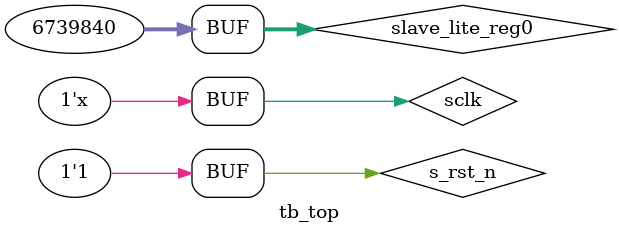
<source format=v>
`timescale      1ns/1ns 

module  tb_top;

reg             sclk;
reg             s_rst_n;

reg     [31:0]  slave_lite_reg0;

initial begin
        sclk    =       1;
        s_rst_n <=      0;
		slave_lite_reg0 <= 32'h0;
        #100
        s_rst_n <=      1;
		#100
		slave_lite_reg0 <= 32'h66_D784;
		#10
		slave_lite_reg0 <= 32'h66_D780;
end

always  #5      sclk    =       ~sclk;

//////////////////////////////////////////////////
wire    [63:0]  m_axis_mm2s_tdata       ;       
wire    [ 7:0]  m_axis_mm2s_tkeep       ;       
wire            m_axis_mm2s_tvalid      ;       
wire            m_axis_mm2s_tready      ;              
wire            m_axis_mm2s_tlast       ;       
// Lite-Reg
// wire    [31:0]  slave_lite_reg0         ;
wire    [31:0]  slave_lite_reg1         ;
wire    [31:0]  slave_lite_reg2         ;
wire    [31:0]  slave_lite_reg3         ;
//
wire            task_finish             ;





yolo_accel_top          yolo_accel_top_inst(
        // system signals
        .sclk                   (sclk                   ),
        .s_rst_n                (s_rst_n                ),
        // Axi4-Lite Reg
        .slave_lite_reg0        (slave_lite_reg0        ),
        .slave_lite_reg1        (slave_lite_reg1        ),
        .slave_lite_reg2        (slave_lite_reg2        ),
        .slave_lite_reg3        (slave_lite_reg3        ),
        // Axi4-Strea Rx
        .s_axis_mm2s_tdata      (m_axis_mm2s_tdata      ),
        .s_axis_mm2s_tkeep      (m_axis_mm2s_tkeep      ),
        .s_axis_mm2s_tvalid     (m_axis_mm2s_tvalid     ),
        .s_axis_mm2s_tready     (m_axis_mm2s_tready     ),
        .s_axis_mm2s_tlast      (m_axis_mm2s_tlast      ),
        // Axi4-Stream TX
        .s_axis_s2mm_tdata      (                       ),
        .s_axis_s2mm_tkeep      (                       ),
        .s_axis_s2mm_tvalid     (                       ),
        .s_axis_s2mm_tready     (1'b1                   ),
        .s_axis_s2mm_tlast      (                       ),
        // Generate Intr
        .task_finish            (task_finish            )
);




endmodule

</source>
